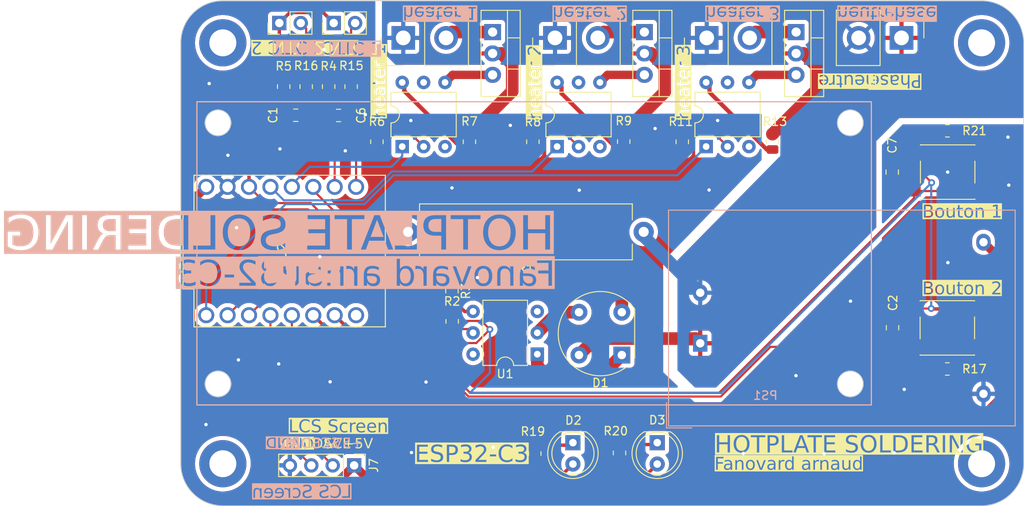
<source format=kicad_pcb>
(kicad_pcb (version 20240108) (generator "pcbnew") (generator_version "8.0")
  (layers (0 "F.Cu" signal) (31 "B.Cu" signal) (34 "B.Paste" user) (35 "F.Paste" user) (36 "B.SilkS" user "B.Silkscreen") (37 "F.SilkS" user "F.Silkscreen") (38 "B.Mask" user) (39 "F.Mask" user) (44 "Edge.Cuts" user))
  (net 0 "")
  (net 1 "GND")
  (net 2 "Net-(D1-+)")
  (net 3 "Net-(D1-Pad2)")
  (net 4 "GNDD")
  (net 5 "+3.3V")
  (net 6 "LINE")
  (net 7 "NEUT")
  (net 8 "Zero_Cross_pin")
  (net 9 "Net-(J3-Pin_2)")
  (net 10 "Net-(Q1-G)")
  (net 13 "NTC_1")
  (net 14 "NTC_2")
  (net 15 "Net-(R6-Pad1)")
  (net 16 "Net-(R7-Pad1)")
  (net 19 "Net-(Q2-G)")
  (net 20 "Net-(J4-Pin_2)")
  (net 21 "Net-(J5-Pin_2)")
  (net 22 "Net-(Q3-G)")
  (net 23 "Net-(R8-Pad1)")
  (net 24 "Net-(R9-Pad1)")
  (net 25 "Net-(R11-Pad1)")
  (net 30 "Net-(J1-Pin_2)")
  (net 31 "Button_2")
  (net 32 "Button_1")
  (net 34 "SDA")
  (net 35 "LED_1")
  (net 36 "SCL")
  (net 37 "Net-(R13-Pad1)")
  (net 38 "Cera_2")
  (net 39 "Cera_3")
  (net 40 "Cera_1")
  (net 41 "Net-(J2-Pin_2)")
  (net 42 "Net-(D2-K)")
  (net 43 "LED_2")
  (net 44 "Net-(D3-K)")
  (net 45 "+5V")
  (net 46 "Net-(R3-Pad2)")
  (footprint "Capacitor_SMD:C_0805_2012Metric_Pad1.18x1.45mm_HandSolder" (layer "F.Cu") (at 69.1 45.2 180)
    (property "Reference" "C6")
    (property "Value" "Capacitor_NP" (hide yes))
  )
  (footprint "Resistor_THT:R_Axial_Power_L25.0mm_W6.4mm_P27.94mm" (layer "F.Cu") (at 105.295 59.025 180)
    (property "Reference" "R1")
    (property "Value" "10K830")
  )
  (footprint "Resistor_SMD:R_0805_2012Metric" (layer "F.Cu") (at 141.3125 75.3)
    (property "Reference" "R17")
    (property "Value" "100" (hide yes))
  )
  (footprint "Capacitor_SMD:C_0805_2012Metric_Pad1.18x1.45mm_HandSolder" (layer "F.Cu") (at 134.8125 70.4 90)
    (property "Reference" "C2")
    (property "Value" "0.1uF" (hide yes))
  )
  (footprint "Capacitor_SMD:C_0805_2012Metric_Pad1.18x1.45mm_HandSolder" (layer "F.Cu") (at 64.025 45.175)
    (property "Reference" "C1")
    (property "Value" "Capacitor_NP" (hide yes))
  )
  (footprint "MountingHole:MountingHole_3.2mm_M3_DIN965_Pad" (layer "F.Cu") (at 55.375 36.575062)
    (property "Reference" "REF**" (hide yes))
    (property "Value" "MountingHole_3.2mm_M3_DIN965_Pad" (hide yes))
  )
  (footprint "Resistor_SMD:R_0805_2012Metric" (layer "F.Cu") (at 82.575 69.65 90)
    (property "Reference" "R2")
    (property "Value" "1K" (hide yes))
  )
  (footprint "Diode_THT:Diode_Bridge_Round_D9.8mm" (layer "F.Cu") (at 102.7 73.645 180)
    (property "Reference" "D1")
    (property "Value" "W10M")
  )
  (footprint "Resistor_SMD:R_0805_2012Metric" (layer "F.Cu") (at 102.925 48.3 90)
    (property "Reference" "R9")
    (property "Value" "230" (hide yes))
  )
  (footprint "" (layer "F.Cu") (at 145.375 36.575)
    (property "Reference" "")
    (property "Value" "")
  )
  (footprint "Package_TO_SOT_THT:TO-220-3_Vertical" (layer "F.Cu") (at 87.375 35.3 -90)
    (property "Reference" "Q1" (hide yes))
    (property "Value" "BTA16-600B" (hide yes))
  )
  (footprint "Resistor_SMD:R_0805_2012Metric" (layer "F.Cu") (at 73.65 48.325 -90)
    (property "Reference" "R6")
    (property "Value" "130" (hide yes))
  )
  (footprint "LED_THT:LED_D5.0mm" (layer "F.Cu") (at 96.901191 84.049187 -90)
    (property "Reference" "D2")
    (property "Value" "LED" (hide yes))
  )
  (footprint "Connector_PinHeader_2.54mm:PinHeader_1x02_P2.54mm_Vertical" (layer "F.Cu") (at 68.525 34.225 90)
    (property "Reference" "J1" (hide yes))
    (property "Value" "Conn_01x02_Pin" (hide yes))
  )
  (footprint "Connector_PinHeader_2.54mm:PinHeader_1x04_P2.54mm_Vertical" (layer "F.Cu") (at 70.95 86.75 -90)
    (property "Reference" "J7")
    (property "Value" "Conn_01x04" (hide yes))
  )
  (footprint "Resistor_SMD:R_0805_2012Metric" (layer "F.Cu") (at 120.57 48.33 90)
    (property "Reference" "R13")
    (property "Value" "230" (hide yes))
  )
  (footprint "ESP32:MODULE_ESP32-C3_SUPERMINI" (layer "F.Cu") (at 63.3 61.3 90)
    (property "Reference" "U2")
    (property "Value" "ESP32-C3_SUPERMINI" (hide yes))
  )
  (footprint "Resistor_SMD:R_0805_2012Metric_Pad1.20x1.40mm_HandSolder" (layer "F.Cu") (at 92.376191 85.349187 90)
    (property "Reference" "R19")
    (property "Value" "150" (hide yes))
  )
  (footprint "Connector_Samtec_HPM_THT:Samtec_HPM-02-01-x-S_Straight_1x02_Pitch5.08mm" (layer "F.Cu") (at 94.775 35.99 90)
    (property "Reference" "J4" (hide yes))
    (property "Value" "Conn_01x02_Pin" (hide yes))
  )
  (footprint "Connector_Samtec_HPM_THT:Samtec_HPM-02-01-x-S_Straight_1x02_Pitch5.08mm" (layer "F.Cu") (at 135.875 35.99 -90)
    (property "Reference" "J6" (hide yes))
    (property "Value" "Conn_01x02_Pin" (hide yes))
  )
  (footprint "" (layer "F.Cu") (at 145.375 86.550062)
    (property "Reference" "")
    (property "Value" "")
  )
  (footprint "" (layer "F.Cu") (at 55.375 86.550062)
    (property "Reference" "")
    (property "Value" "")
  )
  (footprint "Resistor_SMD:R_0805_2012Metric" (layer "F.Cu") (at 141.325 47.025)
    (property "Reference" "R21")
    (property "Value" "100" (hide yes))
  )
  (footprint "Library:SW_SPST_PTS645" (layer "F.Cu") (at 141.35 51.925)
    (property "Reference" "SW1" (hide yes))
    (property "Value" "SW_Push" (hide yes))
  )
  (footprint "Package_TO_SOT_THT:TO-220-3_Vertical" (layer "F.Cu") (at 105.375 35.3 -90)
    (property "Reference" "Q2" (hide yes))
    (property "Value" "BTA16-600B" (hide yes))
  )
  (footprint "Resistor_SMD:R_0805_2012Metric_Pad1.20x1.40mm_HandSolder" (layer "F.Cu") (at 102.426191 85.274187 90)
    (property "Reference" "R20")
    (property "Value" "150" (hide yes))
  )
  (footprint "Resistor_SMD:R_0805_2012Metric" (layer "F.Cu") (at 62.591668 41.775 -90)
    (property "Reference" "R5")
    (property "Value" "100K" (hide yes))
  )
  (footprint "LED_THT:LED_D5.0mm" (layer "F.Cu") (at 106.901191 84.049187 -90)
    (property "Reference" "D3")
    (property "Value" "LED" (hide yes))
  )
  (footprint "Connector_Samtec_HPM_THT:Samtec_HPM-02-01-x-S_Straight_1x02_Pitch5.08mm" (layer "F.Cu") (at 76.775 35.99 90)
    (property "Reference" "J3" (hide yes))
    (property "Value" "Conn_01x02_Pin" (hide yes))
  )
  (footprint "Package_DIP:DIP-6_W7.62mm" (layer "F.Cu") (at 76.65 48.9 90)
    (property "Reference" "U3" (hide yes))
    (property "Value" "MOC3021M" (hide yes))
  )
  (footprint "Connector_PinHeader_2.54mm:PinHeader_1x02_P2.54mm_Vertical" (layer "F.Cu") (at 62.075 34.225 90)
    (property "Reference" "J2" (hide yes))
    (property "Value" "Conn_01x02_Pin" (hide yes))
  )
  (footprint "Resistor_SMD:R_0805_2012Metric" (layer "F.Cu") (at 92.15 48.325 -90)
    (property "Reference" "R8")
    (property "Value" "130" (hide yes))
  )
  (footprint "Library:SW_SPST_PTS645" (layer "F.Cu") (at 141.3125 70.425)
    (property "Reference" "SW3" (hide yes))
    (property "Value" "SW_Push" (hide yes))
  )
  (footprint "Package_TO_SOT_THT:TO-220-3_Vertical" (layer "F.Cu") (at 123.375 35.3 -90)
    (property "Reference" "Q3" (hide yes))
    (property "Value" "BTA16-600B" (hide yes))
  )
  (footprint "Resistor_SMD:R_0805_2012Metric" (layer "F.Cu") (at 109.87 48.33 -90)
    (property "Reference" "R11")
    (property "Value" "130" (hide yes))
  )
  (footprint "Package_DIP:DIP-6_W7.62mm" (layer "F.Cu") (at 95.025 48.9 90)
    (property "Reference" "U4" (hide yes))
    (property "Value" "MOC3021M" (hide yes))
  )
  (footprint "Connector_Samtec_HPM_THT:Samtec_HPM-02-01-x-S_Straight_1x02_Pitch5.08mm" (layer "F.Cu") (at 112.775 35.99 90)
    (property "Reference" "J5" (hide yes))
    (property "Value" "Conn_01x02_Pin" (hide yes))
  )
  (footprint "Resistor_SMD:R_0805_2012Metric" (layer "F.Cu") (at 67.925 41.775 -90)
    (property "Reference" "R4")
    (property "Value" "100K" (hide yes))
  )
  (footprint "Resistor_SMD:R_0805_2012Metric" (layer "F.Cu") (at 70.591668 41.775 90)
    (property "Reference" "R15")
    (property "Value" "..." (hide yes))
  )
  (footprint "Capacitor_SMD:C_0805_2012Metric_Pad1.18x1.45mm_HandSolder" (layer "F.Cu") (at 134.775 51.925 90)
    (property "Reference" "C7")
    (property "Value" "0.1uF" (hide yes))
  )
  (footprint "Package_DIP:DIP-6_W7.62mm" (layer "F.Cu") (at 92.675 73.55 180)
    (property "Reference" "U1")
    (property "Value" "4N27")
  )
  (footprint "Resistor_SMD:R_0805_2012Metric" (layer "F.Cu") (at 84.625 48.325 90)
    (property "Reference" "R7")
    (property "Value" "230" (hide yes))
  )
  (footprint "Package_DIP:DIP-6_W7.62mm" (layer "F.Cu") (at 112.7 48.895 90)
    (property "Reference" "U5" (hide yes))
    (property "Value" "MOC3021M" (hide yes))
  )
  (footprint "Resistor_SMD:R_0805_2012Metric" (layer "F.Cu") (at 65.258334 41.775 90)
    (property "Reference" "R16")
    (property "Value" "..." (hide yes))
  )
  (footprint "Resistor_SMD:R_0805_2012Metric" (layer "F.Cu") (at 82.55 66.05 -90)
    (property "Reference" "R3")
    (property "Value" "1K" (hide yes))
  )
  (footprint "Converter_ACDC:Converter_ACDC_Hi-Link_HLK-5Mxx" (layer "B.Cu") (at 112 72.25)
    (property "Reference" "PS1")
    (property "Value" "HLK-PM01")
  )
  (gr_rect (start 52.3 43.575) (end 132.3 79.575) (stroke (width 0.15)) (fill none) (layer "B.SilkS"))
  (gr_line (start 55.375 31.575) (end 145.375 31.575) (stroke (width 0.1)) (layer "Edge.Cuts"))
  (gr_line (start 55.375 91.550062) (end 145.375 91.550062) (stroke (width 0.1)) (layer "Edge.Cuts"))
  (gr_circle (center 54.8 77.075) (end 56.325 77.075) (stroke (width 0.1)) (fill none) (layer "Edge.Cuts"))
  (gr_circle (center 129.8 77.075) (end 131.325 77.075) (stroke (width 0.1)) (fill none) (layer "Edge.Cuts"))
  (gr_line (start 50.375 36.550062) (end 50.375 86.550062) (stroke (width 0.1)) (layer "Edge.Cuts"))
  (gr_arc (start 145.375 31.575) (mid 148.910534 33.039466) (end 150.375 36.575) (stroke (width 0.1)) (layer "Edge.Cuts"))
  (gr_circle (center 54.8 46.075) (end 56.325 46.075) (stroke (width 0.1)) (fill none) (layer "Edge.Cuts"))
  (gr_arc (start 150.375 86.575) (mid 148.901728 90.094406) (end 145.375 91.550062) (stroke (width 0.1)) (layer "Edge.Cuts"))
  (gr_circle (center 129.8 46.075) (end 131.325 46.075) (stroke (width 0.1)) (fill none) (layer "Edge.Cuts"))
  (gr_arc (start 50.375 36.550062) (mid 51.848271 33.030655) (end 55.375 31.575) (stroke (width 0.1)) (layer "Edge.Cuts"))
  (gr_arc (start 55.375 91.550062) (mid 51.83948 90.085594) (end 50.375 86.550062) (stroke (width 0.1)) (layer "Edge.Cuts"))
  (gr_line (start 150.375 36.575) (end 150.375 86.575) (stroke (width 0.1)) (layer "Edge.Cuts"))
  (gr_text "GND\n" (at 64.35 84.875 -0) (layer "B.SilkS" knockout) (effects (font (size 1.2 1.2)) (justify left bottom mirror)))
  (gr_text "heater 3\n" (at 112.575 32.075 -180) (layer "B.SilkS" knockout) (effects (font (size 1.5 1.5)) (justify left bottom mirror)))
  (gr_text "neutre\n" (at 128.225 32.075 -180) (layer "B.SilkS" knockout) (effects (font (size 1.5 1.5)) (justify left bottom mirror)))
  (gr_text "NTC 2" (at 61.25 36.175 -180) (layer "B.SilkS" knockout) (effects (font (size 1.5 1.5)) (justify left bottom mirror)))
  (gr_text "HOTPLATE SOLDERING" (at 94.75 61.8 -0) (layer "B.SilkS" knockout) (effects (font (size 4 4.1)) (justify left bottom mirror)))
  (gr_text "+5V" (at 72.025 84.875 -0) (layer "B.SilkS") (effects (font (size 1.2 1.2)) (justify left bottom mirror)))
  (gr_text "heater 2\n" (at 94.45 32.075 -180) (layer "B.SilkS" knockout) (effects (font (size 1.5 1.5)) (justify left bottom mirror)))
  (gr_text "ESP32-C3" (at 70.1 65.925 -0) (layer "B.SilkS" knockout) (effects (font (size 3 3)) (justify left bottom mirror)))
  (gr_text "LCS Screen\n" (at 70.675 90.85 -0) (layer "B.SilkS" knockout) (effects (font (size 1.5 1.5)) (justify left bottom mirror)))
  (gr_text "Phase" (at 133.75 32.075 -180) (layer "B.SilkS" knockout) (effects (font (size 1.5 1.5)) (justify left bottom mirror)))
  (gr_text "SCL\n" (at 69.225 84.875 -0) (layer "B.SilkS") (effects (font (size 1.2 1.2)) (justify left bottom mirror)))
  (gr_text "NTC 1\n" (at 67.975 36.25 -180) (layer "B.SilkS" knockout) (effects (font (size 1.5 1.5)) (justify left bottom mirror)))
  (gr_text "heater 1" (at 76.7 32.075 -180) (layer "B.SilkS" knockout) (effects (font (size 1.5 1.5)) (justify left bottom mirror)))
  (gr_text "SDA\n" (at 66.95 84.875 -0) (layer "B.SilkS") (effects (font (size 1.2 1.2)) (justify left bottom mirror)))
  (gr_text "Fanovard arnaud" (at 94.825 65.925 -0) (layer "B.SilkS" knockout) (effects (font (size 3 3)) (justify left bottom mirror)))
  (gr_text "neutre\n" (at 132.9 40.15 180) (layer "F.SilkS" knockout) (effects (font (size 1.5 1.5)) (justify left bottom)))
  (gr_text "NTC 2" (at 64.9 36.175 180) (layer "F.SilkS" knockout) (effects (font (size 1.5 1.5)) (justify left bottom)))
  (gr_text "Phase" (at 138.275 40.15 180) (layer "F.SilkS" knockout) (effects (font (size 1.5 1.5)) (justify left bottom)))
  (gr_text "heater 1" (at 74.9 45.575 90) (layer "F.SilkS" knockout) (effects (font (size 1.5 1.5)) (justify left bottom)))
  (gr_text "Bouton 2" (at 138.325 66.7 0) (layer "F.SilkS" knockout) (effects (font (size 1.5 1.5)) (justify left bottom)))
  (gr_text "heater 3\n" (at 111 45.7 90) (layer "F.SilkS" knockout) (effects (font (size 1.5 1.5)) (justify left bottom)))
  (gr_text "SCL\n" (at 67.308162 84.925 0) (layer "F.SilkS") (effects (font (size 1.2 1.2)) (justify left bottom)))
  (gr_text "Fanovard arnaud" (at 113.675 87.525 0) (layer "F.SilkS" knockout) (effects (font (size 1.5 1.5)) (justify left bottom)))
  (gr_text "Bouton 1" (at 138.325 57.575 0) (layer "F.SilkS" knockout) (effects (font (size 1.5 1.5)) (justify left bottom)))
  (gr_text "heater 2\n" (at 93.325 45.7 90) (layer "F.SilkS" knockout) (effects (font (size 1.5 1.5)) (justify left bottom)))
  (gr_text "SDA\n" (at 64.910022 84.925 0) (layer "F.SilkS") (effects (font (size 1.2 1.2)) (justify left bottom)))
  (gr_text "+5V" (at 69.574999 84.925 0) (layer "F.SilkS") (effects (font (size 1.2 1.2)) (justify left bottom)))
  (gr_text "GND\n" (at 62.3 84.925 0) (layer "F.SilkS" knockout) (effects (font (size 1.2 1.2)) (justify left bottom)))
  (gr_text "NTC 1\n" (at 71.475 36.175 180) (layer "F.SilkS" knockout) (effects (font (size 1.5 1.5)) (justify left bottom)))
  (gr_text "HOTPLATE SOLDERING" (at 113.7 85.55 0) (layer "F.SilkS" knockout) (effects (font (size 2 2)) (justify left bottom)))
  (gr_text "LCS Screen\n" (at 63.15 83.075 0) (layer "F.SilkS" knockout) (effects (font (size 1.5 1.5)) (justify left bottom)))
  (gr_text "ESP32-C3" (at 78.125 86.675 0) (layer "F.SilkS" knockout) (effects (font (size 2 2)) (justify left bottom)))
  (segment (start 142.2375 47.025) (end 147.75 47.025) (width 0.4) (layer "F.Cu") (net 1))
  (segment (start 70.1375 45.2) (end 72.175 45.2) (width 0.4) (layer "F.Cu") (net 1))
  (segment (start 72.175 45.2) (end 72.275 45.1) (width 0.4) (layer "F.Cu") (net 1))
  (segment (start 147.75 47.025) (end 148.5 47.775) (width 0.4) (layer "F.Cu") (net 1))
  (via (at 117.125 85.325) (size 0.8) (drill 0.4) (layers "F.Cu" "B.Cu") (net 1))
  (via (at 87.45 84.6) (size 0.8) (drill 0.4) (layers "F.Cu" "B.Cu") (net 1))
  (via (at 82.55 53.8) (size 0.8) (drill 0.4) (layers "F.Cu" "B.Cu") (net 1))
  (via (at 77.75 85.225) (size 0.8) (drill 0.4) (layers "F.Cu" "B.Cu") (net 1))
  (via (at 55.975 49.925) (size 0.8) (drill 0.4) (layers "F.Cu" "B.Cu") (net 1))
  (via (at 69.9 49.4) (size 0.8) (drill 0.4) (layers "F.Cu" "B.Cu") (net 1))
  (via (at 57 58.525) (size 0.8) (drill 0.4) (layers "F.Cu" "B.Cu") (net 1))
  (via (at 141.35 51.925) (size 0.8) (drill 0.4) (layers "F.Cu" "B.Cu") (net 1))
  (via (at 135 85.25) (size 0.8) (drill 0.4) (layers "F.Cu" "B.Cu") (net 1))
  (via (at 123.357045 76.093914) (size 0.8) (drill 0.4) (layers "F.Cu" "B.Cu") (net 1))
  (via (at 57.225 74.225) (size 0.8) (drill 0.4) (layers "F.Cu" "B.Cu") (net 1))
  (via (at 97.65 54.075) (size 0.8) (drill 0.4) (layers "F.Cu" "B.Cu") (net 1))
  (via (at 126.7 85.35) (size 0.8) (drill 0.4) (layers "F.Cu" "B.Cu") (net 1))
  (via (at 106.65 46.75) (size 0.8) (drill 0.4) (layers "F.Cu" "B.Cu") (net 1))
  (via (at 53.375 81.9) (size 0.8) (drill 0.4) (layers "F.Cu" "B.Cu") (net 1))
  (via (at 72.275 45.1) (size 0.8) (drill 0.4) (layers "F.Cu" "B.Cu") (net 1))
  (via (at 129.825 67.25) (size 0.8) (drill 0.4) (layers "F.Cu" "B.Cu") (net 1))
  (via (at 89.475 46.375) (size 0.8) (drill 0.4) (layers "F.Cu" "B.Cu") (net 1))
  (via (at 67.375 37.375) (size 0.8) (drill 0.4) (layers "F.Cu" "B.Cu") (net 1))
  (via (at 113.05 54.05) (size 0.8) (drill 0.4) (layers "F.Cu" "B.Cu") (net 1))
  (via (at 148.5 47.775) (size 0.8) (drill 0.4) (layers "F.Cu" "B.Cu") (net 1))
  (via (at 85.575 64.45) (size 0.8) (drill 0.4) (layers "F.Cu" "B.Cu") (net 1))
  (via (at 77.675 45.8) (size 0.8) (drill 0.4) (layers "F.Cu" "B.Cu") (net 1))
  (via (at 53.754728 41.413995) (size 0.8) (drill 0.4) (layers "F.Cu" "B.Cu") (net 1))
  (via (at 141.375 62.675) (size 0.8) (drill 0.4) (layers "F.Cu" "B.Cu") (net 1))
  (via (at 68.1 76.825) (size 0.8) (drill 0.4) (layers "F.Cu" "B.Cu") (net 1))
  (via (at 79.475 76.85) (size 0.8) (drill 0.4) (layers "F.Cu" "B.Cu") (net 1))
  (via (at 66.875 61.975) (size 0.8) (drill 0.4) (layers "F.Cu" "B.Cu") (net 1))
  (via (at 62.15 49.175) (size 0.8) (drill 0.4) (layers "F.Cu" "B.Cu") (net 1))
  (via (at 136.2 77.725) (size 0.8) (drill 0.4) (layers "F.Cu" "B.Cu") (net 1))
  (via (at 114.066187 45.797588) (size 0.8) (drill 0.4) (layers "F.Cu" "B.Cu") (net 1))
  (via (at 62 74.7) (size 0.8) (drill 0.4) (layers "F.Cu" "B.Cu") (net 1))
  (via (at 148.6 53.475) (size 0.8) (drill 0.4) (layers "F.Cu" "B.Cu") (net 1))
  (segment (start 92.675 74.975) (end 92.675 73.55) (width 1.5) (layer "F.Cu") (net 2))
  (segment (start 102.7 73.645) (end 100.345 76) (width 1.5) (layer "F.Cu") (net 2))
  (segment (start 93.7 76) (end 92.675 74.975) (width 1.5) (layer "F.Cu") (net 2))
  (segment (start 100.345 76) (end 93.7 76) (width 1.5) (layer "F.Cu") (net 2))
  (segment (start 77.355 59.025) (end 98.3 59.025) (width 1.5) (layer "F.Cu") (net 3))
  (segment (start 102.7 63.425) (end 102.7 68.565) (width 1.5) (layer "F.Cu") (net 3))
  (segment (start 98.3 59.025) (end 102.7 63.425) (width 1.5) (layer "F.Cu") (net 3))
  (segment (start 97.62 68.565) (end 95.12 68.565) (width 1.5) (layer "F.Cu") (net 4))
  (segment (start 95.12 68.565) (end 92.675 71.01) (width 1.5) (layer "F.Cu") (net 4))
  (segment (start 86.045 69.595) (end 83.4325 69.595) (width 0.25) (layer "F.Cu") (net 5))
  (segment (start 87.05 70.6) (end 87.05 70.605991) (width 0.25) (layer "F.Cu") (net 5))
  (segment (start 139.4 68.125) (end 137.3825 68.125) (width 0.25) (layer "F.Cu") (net 5))
  (segment (start 62.075 36.375) (end 62.075 34.225) (width 0.4) (layer "F.Cu") (net 5))
  (segment (start 137.15 68.175) (end 135.9625 69.3625) (width 0.25) (layer "F.Cu") (net 5))
  (segment (start 137.3825 68.125) (end 137.3325 68.175) (width 0.25) (layer "F.Cu") (net 5))
  (segment (start 67.275 32.975) (end 68.525 34.225) (width 0.4) (layer "F.Cu") (net 5))
  (segment (start 137.1625 50.8875) (end 139.45 53.175) (width 0.25) (layer "F.Cu") (net 5))
  (segment (start 83.4325 69.595) (end 82.575 68.7375) (width 0.25) (layer "F.Cu") (net 5))
  (segment (start 134.775 50.8875) (end 137.1625 50.8875) (width 0.25) (layer "F.Cu") (net 5))
  (segment (start 134.775 50.8875) (end 136.1575 50.8875) (width 0.25) (layer "F.Cu") (net 5))
  (segment (start 58.48 53.68) (end 58.48 39.97) (width 0.4) (layer "F.Cu") (net 5))
  (segment (start 137.37 49.675) (end 145.33 49.675) (width 0.25) (layer "F.Cu") (net 5))
  (segment (start 85.430991 72.225) (end 82.425 72.225) (width 0.25) (layer "F.Cu") (net 5))
  (segment (start 145.2925 68.175) (end 139.45 68.175) (width 0.4) (layer "F.Cu") (net 5))
  (segment (start 60.4 55.6) (end 58.48 53.68) (width 0.25) (layer "F.Cu") (net 5))
  (segment (start 65.8 55.6) (end 60.4 55.6) (width 0.25) (layer "F.Cu") (net 5))
  (segment (start 139.45 68.175) (end 139.4 68.125) (width 0.4) (layer "F.Cu") (net 5))
  (segment (start 136.1575 50.8875) (end 137.37 49.675) (width 0.25) (layer "F.Cu") (net 5))
  (segment (start 137.3325 68.175) (end 137.15 68.175) (width 0.25) (layer "F.Cu") (net 5))
  (segment (start 135.9625 69.3625) (end 134.8125 69.3625) (width 0.25) (layer "F.Cu") (net 5))
  (segment (start 62.075 34.225) (end 63.325 32.975) (width 0.4) (layer "F.Cu") (net 5))
  (segment (start 63.325 32.975) (end 67.275 32.975) (width 0.4) (layer "F.Cu") (net 5))
  (segment (start 82.425 72.225) (end 65.8 55.6) (width 0.25) (layer "F.Cu") (net 5))
  (segment (start 58.48 39.97) (end 62.075 36.375) (width 0.4) (layer "F.Cu") (net 5))
  (segment (start 87.05 70.605991) (end 85.430991 72.225) (width 0.25) (layer "F.Cu") (net 5))
  (segment (start 87.05 70.6) (end 86.045 69.595) (width 0.25) (layer "F.Cu") (net 5))
  (via (at 139.4 68.125) (size 0.8) (drill 0.4) (layers "F.Cu" "B.Cu") (net 5))
  (via (at 87.05 70.6) (size 0.8) (drill 0.4) (layers "F.Cu" "B.Cu") (net 5))
  (via (at 139.45 53.175) (size 0.8) (drill 0.4) (layers "F.Cu" "B.Cu") (net 5))
  (segment (start 84.675 78.15) (end 87.05 75.775) (width 0.25) (layer "B.Cu") (net 5))
  (segment (start 139.45 53.175) (end 114.475 78.15) (width 0.25) (layer "B.Cu") (net 5))
  (segment (start 139.4 53.225) (end 139.4 68.125) (width 0.25) (layer "B.Cu") (net 5))
  (segment (start 87.05 75.775) (end 87.05 70.6) (width 0.25) (layer "B.Cu") (net 5))
  (segment (start 114.475 78.15) (end 84.675 78.15) (width 0.25) (layer "B.Cu") (net 5))
  (segment (start 139.45 53.175) (end 139.4 53.225) (width 0.25) (layer "B.Cu") (net 5))
  (segment (start 89.7 42.325) (end 89.7 39.125) (width 1.5) (layer "F.Cu") (net 6))
  (segment (start 102.925 47.3875) (end 102.925 47.275) (width 1.5) (layer "F.Cu") (net 6))
  (segment (start 124.29 37.84) (end 123.375 37.84) (width 1.5) (layer "F.Cu") (net 6))
  (segment (start 102.925 47.275) (end 107.775 42.425) (width 1.5) (layer "F.Cu") (net 6))
  (segment (start 112 72.25) (end 111.445 71.695) (width 1.5) (layer "F.Cu") (net 6))
  (segment (start 120.57 47.4175) (end 120.57 47.405) (width 1.5) (layer "F.Cu") (net 6))
  (segment (start 99.57 71.695) (end 97.62 73.645) (width 1.5) (layer "F.Cu") (net 6))
  (segment (start 107.775 39.425) (end 106.19 37.84) (width 1.5) (layer "F.Cu") (net 6))
  (segment (start 125.775 42.2) (end 125.775 39.325) (width 1.5) (layer "F.Cu") (net 6))
  (segment (start 84.625 47.4125) (end 84.625 47.4) (width 1.5) (layer "F.Cu") (net 6))
  (segment (start 88.415 37.84) (end 87.375 37.84) (width 1.5) (layer "F.Cu") (net 6))
  (segment (start 120.57 47.405) (end 125.775 42.2) (width 1.5) (layer "F.Cu") (net 6))
  (segment (start 125.775 39.325) (end 124.29 37.84) (width 1.5) (layer "F.Cu") (net 6))
  (segment (start 89.7 39.125) (end 88.415 37.84) (width 1.5) (layer "F.Cu") (net 6))
  (segment (start 106.19 37.84) (end 105.375 37.84) (width 1.5) (layer "F.Cu") (net 6))
  (segment (start 84.625 47.4) (end 89.7 42.325) (width 1.5) (layer "F.Cu") (net 6))
  (segment (start 107.775 42.425) (end 107.775 39.425) (width 1.5) (layer "F.Cu") (net 6))
  (segment (start 111.445 71.695) (end 99.57 71.695) (width 1.5) (layer "F.Cu") (net 6))
  (segment (start 105.295 59.545) (end 112 66.25) (width 1.5) (layer "B.Cu") (net 7))
  (segment (start 105.295 59.025) (end 105.295 59.545) (width 1.5) (layer "B.Cu") (net 7))
  (segment (start 82.575 70.5625) (end 66.1 54.0875) (width 0.25) (layer "F.Cu") (net 8))
  (segment (start 66.1 54.0875) (end 66.1 53.68) (width 0.25) (layer "F.Cu") (net 8))
  (segment (start 82.575 70.5625) (end 84.6075 70.5625) (width 0.25) (layer "F.Cu") (net 8))
  (segment (start 84.6075 70.5625) (end 85.055 71.01) (width 0.25) (layer "F.Cu") (net 8))
  (segment (start 87.375 35.3) (end 82.545 35.3) (width 1.5) (layer "F.Cu") (net 9))
  (segment (start 82.545 35.3) (end 81.855 35.99) (width 1.5) (layer "F.Cu") (net 9))
  (segment (start 87.375 40.38) (end 82.63 40.38) (width 1) (layer "F.Cu") (net 10))
  (segment (start 82.63 40.38) (end 81.73 41.28) (width 1) (layer "F.Cu") (net 10))
  (segment (start 68.0625 45.2) (end 68.079168 45.2) (width 0.25) (layer "F.Cu") (net 13))
  (segment (start 71.18 53.68) (end 71.18 48.3175) (width 0.25) (layer "F.Cu") (net 13))
  (segment (start 68.079168 45.2) (end 70.591668 42.6875) (width 0.25) (layer "F.Cu") (net 13))
  (segment (start 71.18 48.3175) (end 68.0625 45.2) (width 0.25) (layer "F.Cu") (net 13))
  (segment (start 65.0625 42.883334) (end 65.258334 42.6875) (width 0.25) (layer "F.Cu") (net 14))
  (segment (start 65.0625 45.175) (end 65.0625 42.883334) (width 0.25) (layer "F.Cu") (net 14))
  (segment (start 68.64 48.7525) (end 65.0625 45.175) (width 0.25) (layer "F.Cu") (net 14))
  (segment (start 68.64 53.68) (end 68.64 48.7525) (width 0.25) (layer "F.Cu") (net 14))
  (segment (start 73.65 47.4125) (end 77.7025 47.4125) (width 0.25) (layer "F.Cu") (net 15))
  (segment (start 77.7025 47.4125) (end 79.19 48.9) (width 0.25) (layer "F.Cu") (net 15))
  (segment (start 83.835267 49.2375) (end 76.9 42.302233) (width 0.5) (layer "F.Cu") (net 16))
  (segment (start 76.9 41.53) (end 76.65 41.28) (width 0.5) (layer "F.Cu") (net 16))
  (segment (start 76.9 42.302233) (end 76.9 41.53) (width 0.5) (layer "F.Cu") (net 16))
  (segment (start 84.625 49.2375) (end 83.835267 49.2375) (width 0.5) (layer "F.Cu") (net 16))
  (segment (start 101.005 40.38) (end 100.105 41.28) (width 1) (layer "F.Cu") (net 19))
  (segment (start 105.375 40.38) (end 101.005 40.38) (width 1) (layer "F.Cu") (net 19))
  (segment (start 100.545 35.3) (end 99.855 35.99) (width 1.5) (layer "F.Cu") (net 20))
  (segment (start 105.375 35.3) (end 100.545 35.3) (width 1.5) (layer "F.Cu") (net 20))
  (segment (start 118.545 35.3) (end 117.855 35.99) (width 1.5) (layer "F.Cu") (net 21))
  (segment (start 123.375 35.3) (end 118.545 35.3) (width 1.5) (layer "F.Cu") (net 21))
  (segment (start 123.375 40.38) (end 118.675 40.38) (width 1) (layer "F.Cu") (net 22))
  (segment (start 118.675 40.38) (end 117.78 41.275) (width 1) (layer "F.Cu") (net 22))
  (segment (start 96.0775 47.4125) (end 97.565 48.9) (width 0.25) (layer "F.Cu") (net 23))
  (segment (start 92.15 47.4125) (end 96.0775 47.4125) (width 0.25) (layer "F.Cu") (net 23))
  (segment (start 95.572767 42.6) (end 95.55 42.6) (width 0.5) (layer "F.Cu") (net 24))
  (segment (start 95.55 42.6) (end 95.55 41.805) (width 0.5) (layer "F.Cu") (net 24))
  (segment (start 102.185267 49.2125) (end 95.572767 42.6) (width 0.5) (layer "F.Cu") (net 24))
  (segment (start 95.55 41.805) (end 95.025 41.28) (width 0.5) (layer "F.Cu") (net 24))
  (segment (start 102.925 49.2125) (end 102.185267 49.2125) (width 0.5) (layer "F.Cu") (net 24))
  (segment (start 113.7625 47.4175) (end 115.24 48.895) (width 0.25) (layer "F.Cu") (net 25))
  (segment (start 109.87 47.4175) (end 113.7625 47.4175) (width 0.25) (layer "F.Cu") (net 25))
  (segment (start 67.925 40.8625) (end 70.591668 40.8625) (width 0.25) (layer "F.Cu") (net 30))
  (segment (start 70.591668 40.8625) (end 70.591668 34.698332) (width 0.25) (layer "F.Cu") (net 30))
  (segment (start 70.591668 34.698332) (end 71.065 34.225) (width 0.25) (layer "F.Cu") (net 30))
  (segment (start 120.336396 72.675) (end 114.436396 78.575) (width 0.25) (layer "F.Cu") (net 31))
  (segment (start 60.85 66.55) (end 58.48 68.92) (width 0.25) (layer "F.Cu") (net 31))
  (segment (start 143.025 72.675) (end 145.2925 72.675) (width 0.25) (layer "F.Cu") (net 31))
  (segment (start 140.4 75.3) (end 137.775 72.675) (width 0.25) (layer "F.Cu") (net 31))
  (segment (start 140.4 75.3) (end 143.025 72.675) (width 0.25) (layer "F.Cu") (net 31))
  (segment (start 136.095 71.4375) (end 137.3325 72.675) (width 0.25) (layer "F.Cu") (net 31))
  (segment (start 114.436396 78.575) (end 84.513604 78.575) (width 0.25) (layer "F.Cu") (net 31))
  (segment (start 134.8125 71.4375) (end 136.095 71.4375) (width 0.25) (layer "F.Cu") (net 31))
  (segment (start 137.3325 72.675) (end 120.336396 72.675) (width 0.25) (layer "F.Cu") (net 31))
  (segment (start 137.775 72.675) (end 137.3325 72.675) (width 0.25) (layer "F.Cu") (net 31))
  (segment (start 84.513604 78.575) (end 72.488604 66.55) (width 0.25) (layer "F.Cu") (net 31))
  (segment (start 72.488604 66.55) (end 60.85 66.55) (width 0.25) (layer "F.Cu") (net 31))
  (segment (start 72.675 66.1) (end 84.7 78.125) (width 0.25) (layer "F.Cu") (net 32))
  (segment (start 146.175 48.075) (end 147.3 49.2) (width 0.25) (layer "F.Cu") (net 32))
  (segment (start 147.3 52.205) (end 145.33 54.175) (width 0.25) (layer "F.Cu") (net 32))
  (segment (start 145.33 54.175) (end 137.37 54.175) (width 0.25) (layer "F.Cu") (net 32))
  (segment (start 141.4625 48.075) (end 146.175 48.075) (width 0.25) (layer "F.Cu") (net 32))
  (segment (start 84.7 78.125) (end 114.25 78.125) (width 0.25) (layer "F.Cu") (net 32))
  (segment (start 147.3 49.2) (end 147.3 52.205) (width 0.25) (layer "F.Cu") (net 32))
  (segment (start 137.37 54.175) (end 135.9875 54.175) (width 0.25) (layer "F.Cu") (net 32))
  (segment (start 58.76 66.1) (end 72.675 66.1) (width 0.25) (layer "F.Cu") (net 32))
  (segment (start 55.94 68.92) (end 58.76 66.1) (width 0.25) (layer "F.Cu") (net 32))
  (segment (start 135.9875 54.175) (end 134.775 52.9625) (width 0.25) (layer "F.Cu") (net 32))
  (segment (start 137.37 55.005) (end 137.37 54.175) (width 0.25) (layer "F.Cu") (net 32))
  (segment (start 114.25 78.125) (end 137.37 55.005) (width 0.25) (layer "F.Cu") (net 32))
  (segment (start 140.4125 47.025) (end 141.4625 48.075) (width 0.25) (layer "F.Cu") (net 32))
  (segment (start 61.02 68.92) (end 61.02 81.9) (width 0.25) (layer "F.Cu") (net 34))
  (segment (start 61.02 81.9) (end 65.87 86.75) (width 0.25) (layer "F.Cu") (net 34))
  (segment (start 85.18 88) (end 95.490378 88) (width 0.4) (layer "F.Cu") (net 35))
  (segment (start 66.1 68.92) (end 85.18 88) (width 0.4) (layer "F.Cu") (net 35))
  (segment (start 95.490378 88) (end 96.901191 86.589187) (width 0.4) (layer "F.Cu") (net 35))
  (segment (start 63.56 68.92) (end 63.56 81.9) (width 0.25) (layer "F.Cu") (net 36))
  (segment (start 63.56 81.9) (end 68.41 86.75) (width 0.25) (layer "F.Cu") (net 36))
  (segment (start 119.895267 49.2425) (end 113.3 42.647233) (width 0.5) (layer "F.Cu") (net 37))
  (segment (start 113.1 41.675) (end 112.7 41.275) (width 0.5) (layer "F.Cu") (net 37))
  (segment (start 113.3 42.647233) (end 113.3 42.625) (width 0.5) (layer "F.Cu") (net 37))
  (segment (start 113.1 42.425) (end 113.1 41.675) (width 0.5) (layer "F.Cu") (net 37))
  (segment (start 113.3 42.625) (end 113.1 42.425) (width 0.5) (layer "F.Cu") (net 37))
  (segment (start 120.57 49.2425) (end 119.895267 49.2425) (width 0.5) (layer "F.Cu") (net 37))
  (segment (start 72 55.275) (end 62.615 55.275) (width 0.25) (layer "B.Cu") (net 38))
  (segment (start 62.615 55.275) (end 61.02 53.68) (width 0.25) (layer "B.Cu") (net 38))
  (segment (start 95.025 48.9) (end 92.075 51.85) (width 0.25) (layer "B.Cu") (net 38))
  (segment (start 75.425 51.85) (end 72 55.275) (width 0.25) (layer "B.Cu") (net 38))
  (segment (start 92.075 51.85) (end 75.425 51.85) (width 0.25) (layer "B.Cu") (net 38))
  (segment (start 53.4 65.15) (end 62.825 55.725) (width 0.25) (layer "B.Cu") (net 39))
  (segment (start 109.295 52.3) (end 112.7 48.895) (width 0.25) (layer "B.Cu") (net 39))
  (segment (start 72.186396 55.725) (end 75.611396 52.3) (width 0.25) (layer "B.Cu") (net 39))
  (segment (start 62.825 55.725) (end 72.186396 55.725) (width 0.25) (layer "B.Cu") (net 39))
  (segment (start 75.611396 52.3) (end 109.295 52.3) (width 0.25) (layer "B.Cu") (net 39))
  (segment (start 53.4 68.92) (end 53.4 65.15) (width 0.25) (layer "B.Cu") (net 39))
  (segment (start 75.366658 51.3) (end 65.675 51.3) (width 0.25) (layer "B.Cu") (net 40))
  (segment (start 76.65 48.9) (end 76.65 50.016658) (width 0.25) (layer "B.Cu") (net 40))
  (segment (start 63.56 53.415) (end 63.56 53.68) (width 0.25) (layer "B.Cu") (net 40))
  (segment (start 65.675 51.3) (end 63.56 53.415) (width 0.25) (layer "B.Cu") (net 40))
  (segment (start 76.65 50.016658) (end 75.366658 51.3) (width 0.25) (layer "B.Cu") (net 40))
  (segment (start 65.258334 34.868334) (end 64.615 34.225) (width 0.25) (layer "F.Cu") (net 41))
  (segment (start 65.258334 40.8625) (end 62.591668 40.8625) (width 0.25) (layer "F.Cu") (net 41))
  (segment (start 65.258334 40.8625) (end 65.258334 34.868334) (width 0.25) (layer "F.Cu") (net 41))
  (segment (start 92.376191 84.349187) (end 96.601191 84.349187) (width 0.4) (layer "F.Cu") (net 42))
  (segment (start 96.601191 84.349187) (end 96.901191 84.049187) (width 0.4) (layer "F.Cu") (net 42))
  (segment (start 97.825 81.525) (end 81.245 81.525) (width 0.4) (layer "F.Cu") (net 43))
  (segment (start 99.1 87.15) (end 99.1 82.8) (width 0.4) (layer "F.Cu") (net 43))
  (segment (start 99.839187 87.889187) (end 99.1 87.15) (width 0.4) (layer "F.Cu") (net 43))
  (segment (start 105.601191 87.889187) (end 99.839187 87.889187) (width 0.4) (layer "F.Cu") (net 43))
  (segment (start 81.245 81.525) (end 68.64 68.92) (width 0.4) (layer "F.Cu") (net 43))
  (segment (start 106.901191 86.589187) (end 105.601191 87.889187) (width 0.4) (layer "F.Cu") (net 43))
  (segment (start 99.1 82.8) (end 97.825 81.525) (width 0.4) (layer "F.Cu") (net 43))
  (segment (start 102.426191 84.274187) (end 106.676191 84.274187) (width 0.4) (layer "F.Cu") (net 44))
  (segment (start 106.676191 84.274187) (end 106.901191 84.049187) (width 0.4) (layer "F.Cu") (net 44))
  (segment (start 68.275 89.425) (end 70.95 86.75) (width 1) (layer "F.Cu") (net 45))
  (segment (start 51.575 76.726102) (end 59.9 85.051102) (width 1) (layer "F.Cu") (net 45))
  (segment (start 59.9 85.051102) (end 59.9 87.225) (width 1) (layer "F.Cu") (net 45))
  (segment (start 148.25 62.9) (end 145.6 60.25) (width 1) (layer "F.Cu") (net 45))
  (segment (start 59.9 87.225) (end 62.1 89.425) (width 1) (layer "F.Cu") (net 45))
  (segment (start 62.1 89.425) (end 68.275 89.425) (width 1) (layer "F.Cu") (net 45))
  (segment (start 136.875 89.5) (end 148.25 78.125) (width 1) (layer "F.Cu") (net 45))
  (segment (start 148.25 78.125) (end 148.25 62.9) (width 1) (layer "F.Cu") (net 45))
  (segment (start 73.7 89.5) (end 136.875 89.5) (width 1) (layer "F.Cu") (net 45))
  (segment (start 53.4 53.68) (end 51.575 55.505) (width 1) (layer "F.Cu") (net 45))
  (segment (start 70.95 86.75) (end 73.7 89.5) (width 1) (layer "F.Cu") (net 45))
  (segment (start 51.575 55.505) (end 51.575 76.726102) (width 1) (layer "F.Cu") (net 45))
  (segment (start 85.055 68.47) (end 84.0575 68.47) (width 0.4) (layer "F.Cu") (net 46))
  (segment (start 84.0575 68.47) (end 82.55 66.9625) (width 0.4) (layer "F.Cu") (net 46))
  (zone (net 6) (net_name "LINE") (layer "F.Cu") (connect_pads (clearance 0.5)) (min_thickness 0.25) (fill yes (thermal_gap 0.5) (thermal_bridge_width 0.5))
    (polygon (pts (xy 74.25 31.575) (xy 74.25 37.575) (xy 75.85 39.175) (xy 84.525 39.175) (xy 120.5 39.2) (xy 138.425 39.2) (xy 138.45 31.575)))
  )
  (zone (net 6) (net_name "LINE") (layer "F.Cu") (priority 2) (connect_pads (clearance 0.5)) (min_thickness 0.25) (fill yes (thermal_gap 0.5) (thermal_bridge_width 0.5))
    (polygon (pts (xy 126.475 42.275) (xy 121.525 47.45) (xy 121.525 50) (xy 109.3 62.4) (xy 109.3 75.45) (xy 111.375 77.5) (xy 113.875 77.5) (xy 132.875 58.5) (xy 132.875 48.25) (xy 135.625 45.5) (xy 150.375 45.5) (xy 150.375 36.55) (xy 150.2 35.175) (xy 149.975 34.6) (xy 149.6 33.875) (xy 149.275 33.425) (xy 148.675 32.825) (xy 148.175 32.425) (xy 147.675 32.125) (xy 147.05 31.875) (xy 146.55 31.7) (xy 145.8 31.6) (xy 145.325 31.575) (xy 126.475 31.575)))
  )
  (zone (net 1) (net_name "GND") (layers "F&B.Cu") (priority 4) (connect_pads (clearance 0.5)) (min_thickness 0.25) (fill yes (thermal_gap 0.5) (thermal_bridge_width 0.5))
    (polygon (pts (xy 73.45 31.575) (xy 73.45 45) (xy 119.275 45) (xy 119.275 50.475) (xy 109.3 60.775) (xy 107.6 62.5) (xy 107.6 75.675) (xy 111.325 79.25) (xy 114.475 79.25) (xy 133.55 60.05) (xy 133.55 48.7) (xy 136.025 46.25) (xy 150.375 46.25) (xy 150.375 86.65) (xy 150.275 87.6) (xy 150.1 88.2) (xy 149.525 89.3) (xy 149.05 89.925) (xy 148.5 90.45) (xy 147.9 90.875) (xy 147.175 91.2) (xy 146.45 91.425) (xy 145.675 91.55) (xy 55.3 91.55) (xy 54.275 91.425) (xy 53.675 91.25) (xy 53.1 90.975) (xy 52.625 90.725) (xy 52.15 90.375) (xy 51.75 89.975) (xy 51.425 89.6) (xy 51.075 89.1) (xy 50.85 88.675) (xy 50.7 88.3) (xy 50.5 87.725) (xy 50.425 87.275) (xy 50.375 86.825) (xy 50.375 36.55) (xy 50.425 35.8) (xy 50.575 35.125) (xy 50.875 34.4) (xy 51.175 33.85) (xy 51.55 33.375) (xy 52.025 32.875) (xy 52.5 32.45) (xy 53.15 32.075) (xy 54.05 31.75) (xy 54.675 31.625) (xy 55.175 31.575)))
  )
  (zone (net 7) (net_name "NEUT") (layer "B.Cu") (priority 1) (connect_pads (clearance 0.5)) (min_thickness 0.25) (fill yes (thermal_gap 0.5) (thermal_bridge_width 0.5))
    (polygon (pts (xy 138.45 31.575) (xy 138.425 39.2) (xy 75.85 39.175) (xy 74.25 37.575) (xy 74.25 31.575)))
  )
  (zone (net 7) (net_name "NEUT") (layer "B.Cu") (priority 3) (connect_pads (clearance 0.5)) (min_thickness 0.25) (fill yes (thermal_gap 0.5) (thermal_bridge_width 0.5))
    (polygon (pts (xy 126.475 31.55) (xy 126.475 42.075) (xy 121.525 46.625) (xy 121.5 50) (xy 109.3 62.4) (xy 109.3 75.45) (xy 111.375 77.5) (xy 113.875 77.5) (xy 132.875 58.5) (xy 132.875 48.25) (xy 135.625 45.5) (xy 150.375 45.5) (xy 150.375 36.45) (xy 150.275 35.5) (xy 150.025 34.75) (xy 149.6 33.9) (xy 149.225 33.375) (xy 148.775 32.925) (xy 148.075 32.35) (xy 147.45 32.025) (xy 146.875 31.8) (xy 146.3 31.65) (xy 145.625 31.575)))
  )
)
</source>
